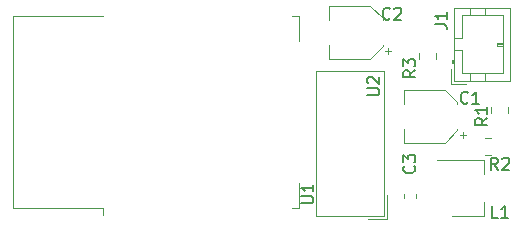
<source format=gto>
G04 #@! TF.GenerationSoftware,KiCad,Pcbnew,5.1.2-f72e74a~84~ubuntu18.10.1*
G04 #@! TF.CreationDate,2019-07-18T21:48:07+02:00*
G04 #@! TF.ProjectId,esp12-dht22,65737031-322d-4646-9874-32322e6b6963,rev?*
G04 #@! TF.SameCoordinates,PX4129270PY6f2f610*
G04 #@! TF.FileFunction,Legend,Top*
G04 #@! TF.FilePolarity,Positive*
%FSLAX46Y46*%
G04 Gerber Fmt 4.6, Leading zero omitted, Abs format (unit mm)*
G04 Created by KiCad (PCBNEW 5.1.2-f72e74a~84~ubuntu18.10.1) date 2019-07-18 21:48:07*
%MOMM*%
%LPD*%
G04 APERTURE LIST*
%ADD10C,0.120000*%
%ADD11C,0.150000*%
G04 APERTURE END LIST*
D10*
X40082000Y1618000D02*
X40082000Y418000D01*
X40082000Y418000D02*
X37382000Y418000D01*
X36082000Y5218000D02*
X40082000Y5218000D01*
X40082000Y5218000D02*
X40082000Y4018000D01*
X40638252Y7060000D02*
X40115748Y7060000D01*
X40638252Y5640000D02*
X40115748Y5640000D01*
X33272000Y1973733D02*
X33272000Y2316267D01*
X34292000Y1973733D02*
X34292000Y2316267D01*
X31572000Y474000D02*
X25832000Y474000D01*
X25822000Y474000D02*
X25822000Y12734000D01*
X25822000Y12734000D02*
X31582000Y12734000D01*
X31582000Y12734000D02*
X31582000Y484000D01*
X31862000Y194000D02*
X31862000Y2194000D01*
X31862000Y194000D02*
X30252000Y194000D01*
X31960000Y14192000D02*
X31960000Y14692000D01*
X32210000Y14442000D02*
X31710000Y14442000D01*
X31470000Y17197563D02*
X30405563Y18262000D01*
X31470000Y14806437D02*
X30405563Y13742000D01*
X31470000Y14806437D02*
X31470000Y14942000D01*
X31470000Y17197563D02*
X31470000Y17062000D01*
X30405563Y18262000D02*
X26950000Y18262000D01*
X30405563Y13742000D02*
X26950000Y13742000D01*
X26950000Y13742000D02*
X26950000Y14942000D01*
X26950000Y18262000D02*
X26950000Y17062000D01*
X199000Y1151000D02*
X199000Y17391000D01*
X199000Y17391000D02*
X7819000Y17391000D01*
X23819000Y17391000D02*
X24439000Y17391000D01*
X24439000Y17391000D02*
X24439000Y15271000D01*
X24439000Y3271000D02*
X24439000Y1151000D01*
X24439000Y1151000D02*
X23819000Y1151000D01*
X7819000Y1151000D02*
X199000Y1151000D01*
X7819000Y1151000D02*
X7819000Y541000D01*
X33278000Y11150000D02*
X33278000Y9950000D01*
X33278000Y6630000D02*
X33278000Y7830000D01*
X36733563Y6630000D02*
X33278000Y6630000D01*
X36733563Y11150000D02*
X33278000Y11150000D01*
X37798000Y10085563D02*
X37798000Y9950000D01*
X37798000Y7694437D02*
X37798000Y7830000D01*
X37798000Y7694437D02*
X36733563Y6630000D01*
X37798000Y10085563D02*
X36733563Y11150000D01*
X38538000Y7330000D02*
X38038000Y7330000D01*
X38288000Y7080000D02*
X38288000Y7580000D01*
X42112000Y9668252D02*
X42112000Y9145748D01*
X40692000Y9668252D02*
X40692000Y9145748D01*
X36016000Y14222252D02*
X36016000Y13699748D01*
X34596000Y14222252D02*
X34596000Y13699748D01*
X37560000Y11910000D02*
X42280000Y11910000D01*
X42280000Y11910000D02*
X42280000Y18030000D01*
X42280000Y18030000D02*
X37560000Y18030000D01*
X37560000Y18030000D02*
X37560000Y11910000D01*
X37560000Y13670000D02*
X37360000Y13670000D01*
X37360000Y13670000D02*
X37360000Y13370000D01*
X37360000Y13370000D02*
X37560000Y13370000D01*
X37460000Y13670000D02*
X37460000Y13370000D01*
X37560000Y14470000D02*
X38170000Y14470000D01*
X38170000Y14470000D02*
X38170000Y12520000D01*
X38170000Y12520000D02*
X41670000Y12520000D01*
X41670000Y12520000D02*
X41670000Y17420000D01*
X41670000Y17420000D02*
X38170000Y17420000D01*
X38170000Y17420000D02*
X38170000Y15470000D01*
X38170000Y15470000D02*
X37560000Y15470000D01*
X38870000Y11910000D02*
X38870000Y12520000D01*
X40170000Y11910000D02*
X40170000Y12520000D01*
X38870000Y18030000D02*
X38870000Y17420000D01*
X40170000Y18030000D02*
X40170000Y17420000D01*
X41670000Y14870000D02*
X41170000Y14870000D01*
X41170000Y14870000D02*
X41170000Y15070000D01*
X41170000Y15070000D02*
X41670000Y15070000D01*
X41670000Y14970000D02*
X41170000Y14970000D01*
X37260000Y12860000D02*
X37260000Y11610000D01*
X37260000Y11610000D02*
X38510000Y11610000D01*
D11*
X41235333Y309620D02*
X40759142Y309620D01*
X40759142Y1309620D01*
X42092476Y309620D02*
X41521047Y309620D01*
X41806761Y309620D02*
X41806761Y1309620D01*
X41711523Y1166762D01*
X41616285Y1071524D01*
X41521047Y1023905D01*
X41235333Y4373620D02*
X40902000Y4849810D01*
X40663904Y4373620D02*
X40663904Y5373620D01*
X41044857Y5373620D01*
X41140095Y5326000D01*
X41187714Y5278381D01*
X41235333Y5183143D01*
X41235333Y5040286D01*
X41187714Y4945048D01*
X41140095Y4897429D01*
X41044857Y4849810D01*
X40663904Y4849810D01*
X41616285Y5278381D02*
X41663904Y5326000D01*
X41759142Y5373620D01*
X41997238Y5373620D01*
X42092476Y5326000D01*
X42140095Y5278381D01*
X42187714Y5183143D01*
X42187714Y5087905D01*
X42140095Y4945048D01*
X41568666Y4373620D01*
X42187714Y4373620D01*
X34139142Y4659334D02*
X34186761Y4611715D01*
X34234380Y4468858D01*
X34234380Y4373620D01*
X34186761Y4230762D01*
X34091523Y4135524D01*
X33996285Y4087905D01*
X33805809Y4040286D01*
X33662952Y4040286D01*
X33472476Y4087905D01*
X33377238Y4135524D01*
X33282000Y4230762D01*
X33234380Y4373620D01*
X33234380Y4468858D01*
X33282000Y4611715D01*
X33329619Y4659334D01*
X33234380Y4992667D02*
X33234380Y5611715D01*
X33615333Y5278381D01*
X33615333Y5421239D01*
X33662952Y5516477D01*
X33710571Y5564096D01*
X33805809Y5611715D01*
X34043904Y5611715D01*
X34139142Y5564096D01*
X34186761Y5516477D01*
X34234380Y5421239D01*
X34234380Y5135524D01*
X34186761Y5040286D01*
X34139142Y4992667D01*
X30186380Y10668096D02*
X30995904Y10668096D01*
X31091142Y10715715D01*
X31138761Y10763334D01*
X31186380Y10858572D01*
X31186380Y11049048D01*
X31138761Y11144286D01*
X31091142Y11191905D01*
X30995904Y11239524D01*
X30186380Y11239524D01*
X30281619Y11668096D02*
X30234000Y11715715D01*
X30186380Y11810953D01*
X30186380Y12049048D01*
X30234000Y12144286D01*
X30281619Y12191905D01*
X30376857Y12239524D01*
X30472095Y12239524D01*
X30614952Y12191905D01*
X31186380Y11620477D01*
X31186380Y12239524D01*
X32091333Y17168858D02*
X32043714Y17121239D01*
X31900857Y17073620D01*
X31805619Y17073620D01*
X31662761Y17121239D01*
X31567523Y17216477D01*
X31519904Y17311715D01*
X31472285Y17502191D01*
X31472285Y17645048D01*
X31519904Y17835524D01*
X31567523Y17930762D01*
X31662761Y18026000D01*
X31805619Y18073620D01*
X31900857Y18073620D01*
X32043714Y18026000D01*
X32091333Y17978381D01*
X32472285Y17978381D02*
X32519904Y18026000D01*
X32615142Y18073620D01*
X32853238Y18073620D01*
X32948476Y18026000D01*
X32996095Y17978381D01*
X33043714Y17883143D01*
X33043714Y17787905D01*
X32996095Y17645048D01*
X32424666Y17073620D01*
X33043714Y17073620D01*
X24598380Y1524096D02*
X25407904Y1524096D01*
X25503142Y1571715D01*
X25550761Y1619334D01*
X25598380Y1714572D01*
X25598380Y1905048D01*
X25550761Y2000286D01*
X25503142Y2047905D01*
X25407904Y2095524D01*
X24598380Y2095524D01*
X25598380Y3095524D02*
X25598380Y2524096D01*
X25598380Y2809810D02*
X24598380Y2809810D01*
X24741238Y2714572D01*
X24836476Y2619334D01*
X24884095Y2524096D01*
X38695333Y10056858D02*
X38647714Y10009239D01*
X38504857Y9961620D01*
X38409619Y9961620D01*
X38266761Y10009239D01*
X38171523Y10104477D01*
X38123904Y10199715D01*
X38076285Y10390191D01*
X38076285Y10533048D01*
X38123904Y10723524D01*
X38171523Y10818762D01*
X38266761Y10914000D01*
X38409619Y10961620D01*
X38504857Y10961620D01*
X38647714Y10914000D01*
X38695333Y10866381D01*
X39647714Y9961620D02*
X39076285Y9961620D01*
X39362000Y9961620D02*
X39362000Y10961620D01*
X39266761Y10818762D01*
X39171523Y10723524D01*
X39076285Y10675905D01*
X40330380Y8723334D02*
X39854190Y8390000D01*
X40330380Y8151905D02*
X39330380Y8151905D01*
X39330380Y8532858D01*
X39378000Y8628096D01*
X39425619Y8675715D01*
X39520857Y8723334D01*
X39663714Y8723334D01*
X39758952Y8675715D01*
X39806571Y8628096D01*
X39854190Y8532858D01*
X39854190Y8151905D01*
X40330380Y9675715D02*
X40330380Y9104286D01*
X40330380Y9390000D02*
X39330380Y9390000D01*
X39473238Y9294762D01*
X39568476Y9199524D01*
X39616095Y9104286D01*
X34234380Y12778334D02*
X33758190Y12445000D01*
X34234380Y12206905D02*
X33234380Y12206905D01*
X33234380Y12587858D01*
X33282000Y12683096D01*
X33329619Y12730715D01*
X33424857Y12778334D01*
X33567714Y12778334D01*
X33662952Y12730715D01*
X33710571Y12683096D01*
X33758190Y12587858D01*
X33758190Y12206905D01*
X33234380Y13111667D02*
X33234380Y13730715D01*
X33615333Y13397381D01*
X33615333Y13540239D01*
X33662952Y13635477D01*
X33710571Y13683096D01*
X33805809Y13730715D01*
X34043904Y13730715D01*
X34139142Y13683096D01*
X34186761Y13635477D01*
X34234380Y13540239D01*
X34234380Y13254524D01*
X34186761Y13159286D01*
X34139142Y13111667D01*
X35922380Y16684667D02*
X36636666Y16684667D01*
X36779523Y16637048D01*
X36874761Y16541810D01*
X36922380Y16398953D01*
X36922380Y16303715D01*
X36922380Y17684667D02*
X36922380Y17113239D01*
X36922380Y17398953D02*
X35922380Y17398953D01*
X36065238Y17303715D01*
X36160476Y17208477D01*
X36208095Y17113239D01*
M02*

</source>
